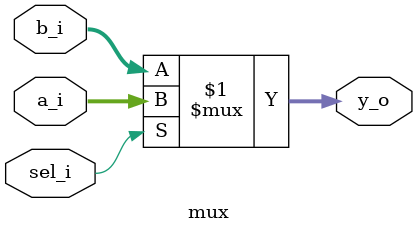
<source format=sv>
module mux (
  input   wire [7:0]    a_i,
  input   wire [7:0]    b_i,
  input   wire          sel_i,
  output  wire [7:0]    y_o
);

    assign y_o = sel_i ? a_i : b_i;

endmodule
</source>
